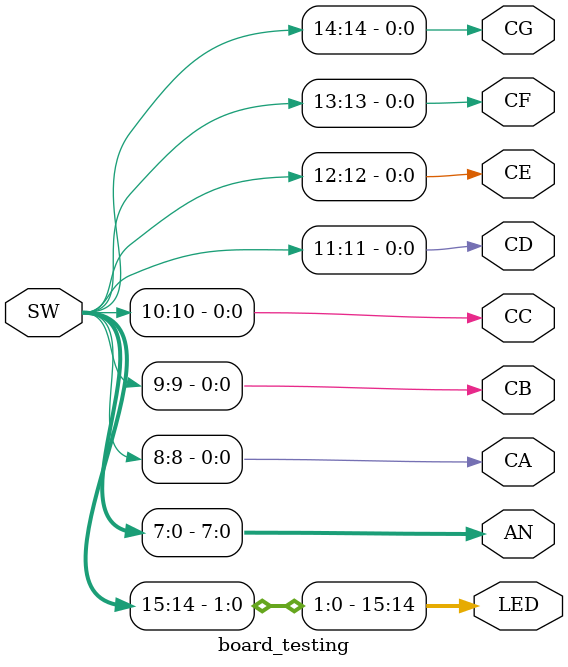
<source format=sv>
`timescale 1ns / 1ps

module board_testing(
    input logic [15:0] SW,
    output logic [15:0] LED,
    output logic [7:0] AN,
    output logic CA,
    output logic CB,
    output logic CC,
    output logic CD,
    output logic CE,
    output logic CF,
    output logic CG
    );
    
    
    assign LED[15:14] = SW[15:14];
    
    assign AN[7:0] = SW[7:0];
    
    assign CA = SW[8];
    assign CB = SW[9];
    assign CC = SW[10];
    assign CD = SW[11];
    assign CE = SW[12];
    assign CF = SW[13];
    assign CG = SW[14];
    
    
    
    
    
    
        
    
    
    
    
    
    
    
endmodule

</source>
